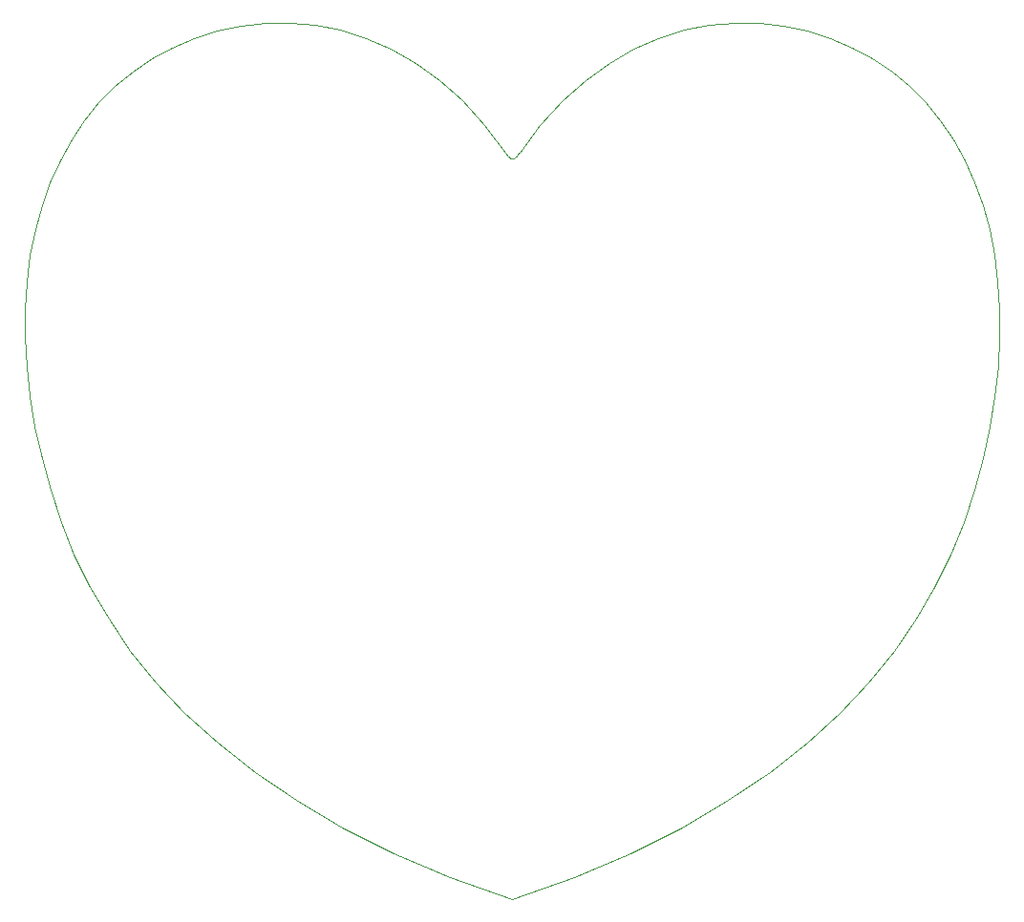
<source format=gbr>
G04 #@! TF.FileFunction,Profile,NP*
%FSLAX46Y46*%
G04 Gerber Fmt 4.6, Leading zero omitted, Abs format (unit mm)*
G04 Created by KiCad (PCBNEW 4.0.7) date 11/09/18 11:24:19*
%MOMM*%
%LPD*%
G01*
G04 APERTURE LIST*
%ADD10C,0.100000*%
G04 APERTURE END LIST*
D10*
X149092301Y-78771685D02*
X149124258Y-78727400D01*
X149060344Y-78815736D02*
X149092301Y-78771685D01*
X149028388Y-78859320D02*
X149060344Y-78815736D01*
X148996431Y-78902206D02*
X149028388Y-78859320D01*
X148964474Y-78944159D02*
X148996431Y-78902206D01*
X148932517Y-78984946D02*
X148964474Y-78944159D01*
X148900560Y-79024335D02*
X148932517Y-78984946D01*
X148868603Y-79062091D02*
X148900560Y-79024335D01*
X148836647Y-79097983D02*
X148868603Y-79062091D01*
X148804690Y-79131777D02*
X148836647Y-79097983D01*
X148772733Y-79163239D02*
X148804690Y-79131777D01*
X148740776Y-79192137D02*
X148772733Y-79163239D01*
X148708819Y-79218237D02*
X148740776Y-79192137D01*
X148676863Y-79241307D02*
X148708819Y-79218237D01*
X148644906Y-79261113D02*
X148676863Y-79241307D01*
X148612949Y-79277422D02*
X148644906Y-79261113D01*
X148580992Y-79290001D02*
X148612949Y-79277422D01*
X148549035Y-79298617D02*
X148580992Y-79290001D01*
X148517078Y-79303037D02*
X148549035Y-79298617D01*
X148485122Y-79303037D02*
X148517078Y-79303037D01*
X148453165Y-79298617D02*
X148485122Y-79303037D01*
X148421208Y-79290001D02*
X148453165Y-79298617D01*
X148389251Y-79277422D02*
X148421208Y-79290001D01*
X148357294Y-79261113D02*
X148389251Y-79277422D01*
X148325337Y-79241307D02*
X148357294Y-79261113D01*
X148293381Y-79218237D02*
X148325337Y-79241307D01*
X148261424Y-79192137D02*
X148293381Y-79218237D01*
X148229467Y-79163239D02*
X148261424Y-79192137D01*
X148197510Y-79131777D02*
X148229467Y-79163239D01*
X148165553Y-79097983D02*
X148197510Y-79131777D01*
X148133597Y-79062091D02*
X148165553Y-79097983D01*
X148101640Y-79024335D02*
X148133597Y-79062091D01*
X148069683Y-78984946D02*
X148101640Y-79024335D01*
X148037726Y-78944159D02*
X148069683Y-78984946D01*
X148005769Y-78902206D02*
X148037726Y-78944159D01*
X147973812Y-78859320D02*
X148005769Y-78902206D01*
X147941856Y-78815736D02*
X147973812Y-78859320D01*
X147909899Y-78771685D02*
X147941856Y-78815736D01*
X147877942Y-78727400D02*
X147909899Y-78771685D01*
X146024691Y-76265210D02*
X147877942Y-78727400D01*
X144066980Y-74126681D02*
X146024691Y-76265210D01*
X142021176Y-72299991D02*
X144066980Y-74126681D01*
X139903649Y-70773315D02*
X142021176Y-72299991D01*
X137730764Y-69534830D02*
X139903649Y-70773315D01*
X135518890Y-68572714D02*
X137730764Y-69534830D01*
X133284394Y-67875143D02*
X135518890Y-68572714D01*
X131043644Y-67430294D02*
X133284394Y-67875143D01*
X128813008Y-67226344D02*
X131043644Y-67430294D01*
X126608853Y-67251469D02*
X128813008Y-67226344D01*
X124447546Y-67493847D02*
X126608853Y-67251469D01*
X122345456Y-67941653D02*
X124447546Y-67493847D01*
X120318950Y-68583065D02*
X122345456Y-67941653D01*
X118384396Y-69406260D02*
X120318950Y-68583065D01*
X116558161Y-70399414D02*
X118384396Y-69406260D01*
X114856518Y-71550739D02*
X116558161Y-70399414D01*
X113290051Y-72850505D02*
X114856518Y-71550739D01*
X111860524Y-74292176D02*
X113290051Y-72850505D01*
X110568943Y-75869492D02*
X111860524Y-74292176D01*
X109416314Y-77576191D02*
X110568943Y-75869492D01*
X108403644Y-79406012D02*
X109416314Y-77576191D01*
X107531938Y-81352693D02*
X108403644Y-79406012D01*
X106802203Y-83409973D02*
X107531938Y-81352693D01*
X106215445Y-85571591D02*
X106802203Y-83409973D01*
X105772670Y-87831286D02*
X106215445Y-85571591D01*
X105474884Y-90182796D02*
X105772670Y-87831286D01*
X105323093Y-92619860D02*
X105474884Y-90182796D01*
X105318303Y-95136217D02*
X105323093Y-92619860D01*
X105461521Y-97725605D02*
X105318303Y-95136217D01*
X105753752Y-100381763D02*
X105461521Y-97725605D01*
X106196003Y-103098430D02*
X105753752Y-100381763D01*
X106790359Y-105868984D02*
X106196003Y-103098430D01*
X107551450Y-108682610D02*
X106790359Y-105868984D01*
X108502001Y-111525785D02*
X107551450Y-108682610D01*
X109664872Y-114384945D02*
X108502001Y-111525785D01*
X111062923Y-117246524D02*
X109664872Y-114384945D01*
X112719011Y-120096954D02*
X111062923Y-117246524D01*
X114655998Y-122922671D02*
X112719011Y-120096954D01*
X116896742Y-125710108D02*
X114655998Y-122922671D01*
X119464104Y-128445699D02*
X116896742Y-125710108D01*
X122380941Y-131115878D02*
X119464104Y-128445699D01*
X125670114Y-133707078D02*
X122380941Y-131115878D01*
X129354483Y-136205735D02*
X125670114Y-133707078D01*
X133456907Y-138598282D02*
X129354483Y-136205735D01*
X138000244Y-140871152D02*
X133456907Y-138598282D01*
X143007356Y-143010780D02*
X138000244Y-140871152D01*
X148501100Y-145003600D02*
X143007356Y-143010780D01*
X150977509Y-76265210D02*
X149124258Y-78727400D01*
X152935220Y-74126681D02*
X150977509Y-76265210D01*
X154981024Y-72299991D02*
X152935220Y-74126681D01*
X157098551Y-70773315D02*
X154981024Y-72299991D01*
X159271436Y-69534830D02*
X157098551Y-70773315D01*
X161483310Y-68572714D02*
X159271436Y-69534830D01*
X163717806Y-67875143D02*
X161483310Y-68572714D01*
X165958556Y-67430294D02*
X163717806Y-67875143D01*
X168189192Y-67226344D02*
X165958556Y-67430294D01*
X170393347Y-67251469D02*
X168189192Y-67226344D01*
X172554654Y-67493847D02*
X170393347Y-67251469D01*
X174656744Y-67941653D02*
X172554654Y-67493847D01*
X176683250Y-68583065D02*
X174656744Y-67941653D01*
X178617804Y-69406260D02*
X176683250Y-68583065D01*
X180444039Y-70399414D02*
X178617804Y-69406260D01*
X182145682Y-71550739D02*
X180444039Y-70399414D01*
X183712149Y-72850505D02*
X182145682Y-71550739D01*
X185141676Y-74292176D02*
X183712149Y-72850505D01*
X186433257Y-75869492D02*
X185141676Y-74292176D01*
X187585886Y-77576191D02*
X186433257Y-75869492D01*
X188598556Y-79406012D02*
X187585886Y-77576191D01*
X189470262Y-81352693D02*
X188598556Y-79406012D01*
X190199997Y-83409973D02*
X189470262Y-81352693D01*
X190786755Y-85571591D02*
X190199997Y-83409973D01*
X191229530Y-87831286D02*
X190786755Y-85571591D01*
X191527316Y-90182796D02*
X191229530Y-87831286D01*
X191679107Y-92619860D02*
X191527316Y-90182796D01*
X191683897Y-95136217D02*
X191679107Y-92619860D01*
X191540679Y-97725605D02*
X191683897Y-95136217D01*
X191248448Y-100381763D02*
X191540679Y-97725605D01*
X190806197Y-103098430D02*
X191248448Y-100381763D01*
X190211841Y-105868984D02*
X190806197Y-103098430D01*
X189450750Y-108682610D02*
X190211841Y-105868984D01*
X188500199Y-111525785D02*
X189450750Y-108682610D01*
X187337328Y-114384945D02*
X188500199Y-111525785D01*
X185939277Y-117246524D02*
X187337328Y-114384945D01*
X184283189Y-120096954D02*
X185939277Y-117246524D01*
X182346202Y-122922671D02*
X184283189Y-120096954D01*
X180105458Y-125710108D02*
X182346202Y-122922671D01*
X177538096Y-128445699D02*
X180105458Y-125710108D01*
X174621259Y-131115878D02*
X177538096Y-128445699D01*
X171332086Y-133707078D02*
X174621259Y-131115878D01*
X167647717Y-136205735D02*
X171332086Y-133707078D01*
X163545293Y-138598282D02*
X167647717Y-136205735D01*
X159001956Y-140871152D02*
X163545293Y-138598282D01*
X153994844Y-143010780D02*
X159001956Y-140871152D01*
X148501100Y-145003600D02*
X153994844Y-143010780D01*
M02*

</source>
